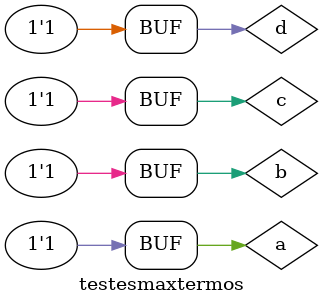
<source format=v>


module maxtermos (s,a,b,c,d);
output s;
input a,b,c,d;
wire s1,s2,s3,s4,s5,s6,s7,s8;


or OR1(s1,a,b,c,d);
or OR2(s2,a,b,~c,~d);
or OR3 (s3, a,~b,c,~d);
or OR4 (s4,a,~b,~c,d);
or OR5 (s5,~a,b,c,~d);
or OR6 (s6,~a,b,~c,d);
or OR7 (s7,~a,~b,c,d);
or OR8 (s8,~a,~b,~c,~d);


and AND1 (s,s1,s2,s3,s4,s5,s6,s7,s8); 


endmodule 

module testesmaxtermos;

wire s;
reg a,b,c,d;

maxtermos MT (s,a,b,c,d);

 initial begin
      $display("a  b   c   d  s");
      $monitor("%b  %b   %b   %b  %b", a, b, c, d, s);
  
	     a=0; b=0; c=0; d=0;  
    #1  a=0; b=0; c=0; d=1;
    #1  a=0; b=0; c=1; d=0;
    #1  a=0; b=0; c=1; d=1;
    #1  a=0; b=1; c=0; d=0;
 	 #1  a=0; b=1; c=0; d=1;
    #1  a=0; b=1; c=1; d=0;
    #1  a=0; b=1; c=1; d=1;
    #1  a=1; b=0; c=0; d=0;
    #1  a=1; b=0; c=0; d=1;
    #1  a=1; b=0; c=1; d=0;
    #1  a=1; b=0; c=1; d=1;
    #1  a=1; b=1; c=0; d=0;
    #1  a=1; b=1; c=0; d=1;
    #1  a=1; b=1; c=1; d=0;
    #1  a=1; b=1; c=1; d=1;


        
    end
    endmodule

</source>
